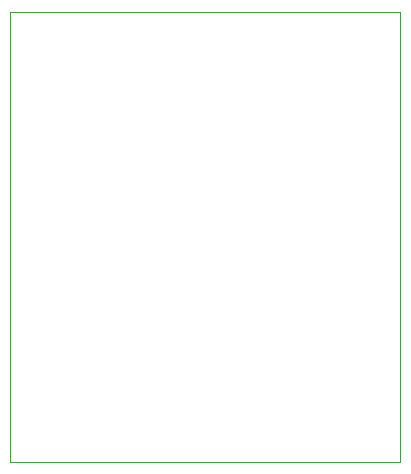
<source format=gbr>
%TF.GenerationSoftware,KiCad,Pcbnew,(6.0.10-0)*%
%TF.CreationDate,2023-02-17T12:22:25-08:00*%
%TF.ProjectId,Lab 1 Exercise 2,4c616220-3120-4457-9865-726369736520,rev?*%
%TF.SameCoordinates,Original*%
%TF.FileFunction,Profile,NP*%
%FSLAX46Y46*%
G04 Gerber Fmt 4.6, Leading zero omitted, Abs format (unit mm)*
G04 Created by KiCad (PCBNEW (6.0.10-0)) date 2023-02-17 12:22:25*
%MOMM*%
%LPD*%
G01*
G04 APERTURE LIST*
%TA.AperFunction,Profile*%
%ADD10C,0.100000*%
%TD*%
G04 APERTURE END LIST*
D10*
X127000000Y-63500000D02*
X160020000Y-63500000D01*
X160020000Y-63500000D02*
X160020000Y-101600000D01*
X160020000Y-101600000D02*
X127000000Y-101600000D01*
X127000000Y-101600000D02*
X127000000Y-63500000D01*
M02*

</source>
